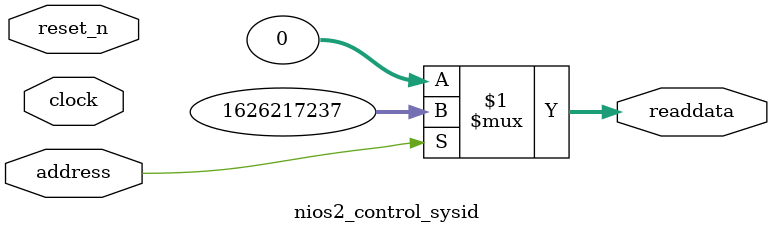
<source format=v>



// synthesis translate_off
`timescale 1ns / 1ps
// synthesis translate_on

// turn off superfluous verilog processor warnings 
// altera message_level Level1 
// altera message_off 10034 10035 10036 10037 10230 10240 10030 

module nios2_control_sysid (
               // inputs:
                address,
                clock,
                reset_n,

               // outputs:
                readdata
             )
;

  output  [ 31: 0] readdata;
  input            address;
  input            clock;
  input            reset_n;

  wire    [ 31: 0] readdata;
  //control_slave, which is an e_avalon_slave
  assign readdata = address ? 1626217237 : 0;

endmodule



</source>
